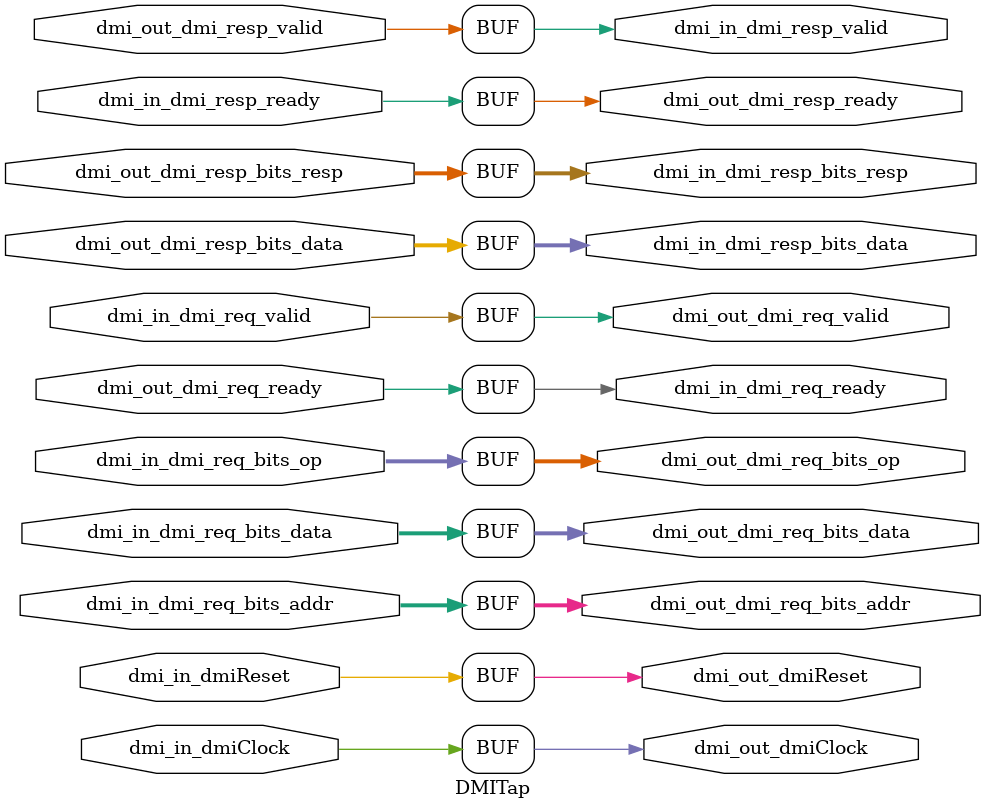
<source format=v>
module DMITap(
  input dmi_in_dmiClock,
  input dmi_in_dmiReset,

  output        dmi_out_dmi_req_valid,
  input         dmi_out_dmi_req_ready,
  output [ 6:0] dmi_out_dmi_req_bits_addr,
  output [ 1:0] dmi_out_dmi_req_bits_op,
  output [31:0] dmi_out_dmi_req_bits_data,

  input         dmi_out_dmi_resp_valid,
  output        dmi_out_dmi_resp_ready,
  input  [ 1:0] dmi_out_dmi_resp_bits_resp,
  input  [31:0] dmi_out_dmi_resp_bits_data,

  input         dmi_in_dmi_req_valid,
  output        dmi_in_dmi_req_ready,
  input  [ 6:0] dmi_in_dmi_req_bits_addr,
  input  [ 1:0] dmi_in_dmi_req_bits_op,
  input  [31:0] dmi_in_dmi_req_bits_data,

  output        dmi_in_dmi_resp_valid,
  input         dmi_in_dmi_resp_ready,
  output [ 1:0] dmi_in_dmi_resp_bits_resp,
  output [31:0] dmi_in_dmi_resp_bits_data,

  output dmi_out_dmiClock,
  output dmi_out_dmiReset
);

assign dmi_out_dmiClock = dmi_in_dmiClock;
assign dmi_out_dmiReset = dmi_in_dmiReset;

assign dmi_out_dmi_req_valid     = dmi_in_dmi_req_valid;
assign dmi_out_dmi_req_bits_addr = dmi_in_dmi_req_bits_addr;
assign dmi_out_dmi_req_bits_op   = dmi_in_dmi_req_bits_op;
assign dmi_out_dmi_req_bits_data = dmi_in_dmi_req_bits_data;
assign dmi_out_dmi_resp_ready    = dmi_in_dmi_resp_ready;

assign dmi_in_dmi_req_ready      = dmi_out_dmi_req_ready;
assign dmi_in_dmi_resp_valid     = dmi_out_dmi_resp_valid;
assign dmi_in_dmi_resp_bits_resp = dmi_out_dmi_resp_bits_resp;
assign dmi_in_dmi_resp_bits_data = dmi_out_dmi_resp_bits_data;


endmodule

</source>
